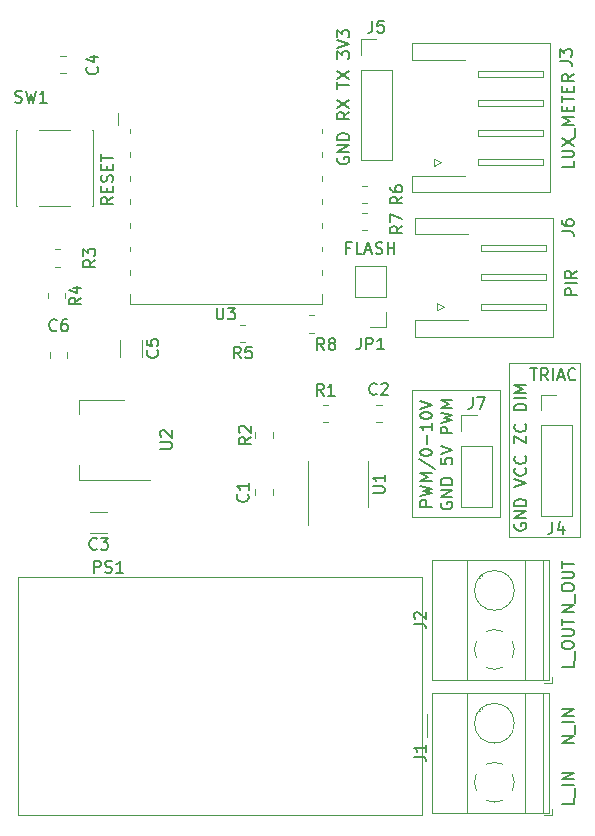
<source format=gbr>
%TF.GenerationSoftware,KiCad,Pcbnew,(5.1.10)-1*%
%TF.CreationDate,2021-09-08T13:01:39+02:00*%
%TF.ProjectId,LUCES,4c554345-532e-46b6-9963-61645f706362,rev?*%
%TF.SameCoordinates,Original*%
%TF.FileFunction,Legend,Top*%
%TF.FilePolarity,Positive*%
%FSLAX46Y46*%
G04 Gerber Fmt 4.6, Leading zero omitted, Abs format (unit mm)*
G04 Created by KiCad (PCBNEW (5.1.10)-1) date 2021-09-08 13:01:39*
%MOMM*%
%LPD*%
G01*
G04 APERTURE LIST*
%ADD10C,0.120000*%
%ADD11C,0.150000*%
G04 APERTURE END LIST*
D10*
X9700000Y3050000D02*
X17200000Y3050000D01*
X17200000Y-7700000D02*
X17200000Y3050000D01*
X9700000Y-7700000D02*
X17200000Y-7700000D01*
X9700000Y3050000D02*
X9700000Y-7700000D01*
X23950000Y5300000D02*
X17950000Y5300000D01*
X23950000Y-9450000D02*
X23950000Y5300000D01*
X17950000Y-9450000D02*
X23950000Y-9450000D01*
X17950000Y5300000D02*
X17950000Y-9450000D01*
D11*
X12200000Y-6521428D02*
X12152380Y-6616666D01*
X12152380Y-6759523D01*
X12200000Y-6902380D01*
X12295238Y-6997619D01*
X12390476Y-7045238D01*
X12580952Y-7092857D01*
X12723809Y-7092857D01*
X12914285Y-7045238D01*
X13009523Y-6997619D01*
X13104761Y-6902380D01*
X13152380Y-6759523D01*
X13152380Y-6664285D01*
X13104761Y-6521428D01*
X13057142Y-6473809D01*
X12723809Y-6473809D01*
X12723809Y-6664285D01*
X13152380Y-6045238D02*
X12152380Y-6045238D01*
X13152380Y-5473809D01*
X12152380Y-5473809D01*
X13152380Y-4997619D02*
X12152380Y-4997619D01*
X12152380Y-4759523D01*
X12200000Y-4616666D01*
X12295238Y-4521428D01*
X12390476Y-4473809D01*
X12580952Y-4426190D01*
X12723809Y-4426190D01*
X12914285Y-4473809D01*
X13009523Y-4521428D01*
X13104761Y-4616666D01*
X13152380Y-4759523D01*
X13152380Y-4997619D01*
X12152380Y-2759523D02*
X12152380Y-3235714D01*
X12628571Y-3283333D01*
X12580952Y-3235714D01*
X12533333Y-3140476D01*
X12533333Y-2902380D01*
X12580952Y-2807142D01*
X12628571Y-2759523D01*
X12723809Y-2711904D01*
X12961904Y-2711904D01*
X13057142Y-2759523D01*
X13104761Y-2807142D01*
X13152380Y-2902380D01*
X13152380Y-3140476D01*
X13104761Y-3235714D01*
X13057142Y-3283333D01*
X12152380Y-2426190D02*
X13152380Y-2092857D01*
X12152380Y-1759523D01*
X13152380Y-664285D02*
X12152380Y-664285D01*
X12152380Y-283333D01*
X12200000Y-188095D01*
X12247619Y-140476D01*
X12342857Y-92857D01*
X12485714Y-92857D01*
X12580952Y-140476D01*
X12628571Y-188095D01*
X12676190Y-283333D01*
X12676190Y-664285D01*
X12152380Y240476D02*
X13152380Y478571D01*
X12438095Y669047D01*
X13152380Y859523D01*
X12152380Y1097619D01*
X13152380Y1478571D02*
X12152380Y1478571D01*
X12866666Y1811904D01*
X12152380Y2145238D01*
X13152380Y2145238D01*
X18450000Y-8319047D02*
X18402380Y-8414285D01*
X18402380Y-8557142D01*
X18450000Y-8700000D01*
X18545238Y-8795238D01*
X18640476Y-8842857D01*
X18830952Y-8890476D01*
X18973809Y-8890476D01*
X19164285Y-8842857D01*
X19259523Y-8795238D01*
X19354761Y-8700000D01*
X19402380Y-8557142D01*
X19402380Y-8461904D01*
X19354761Y-8319047D01*
X19307142Y-8271428D01*
X18973809Y-8271428D01*
X18973809Y-8461904D01*
X19402380Y-7842857D02*
X18402380Y-7842857D01*
X19402380Y-7271428D01*
X18402380Y-7271428D01*
X19402380Y-6795238D02*
X18402380Y-6795238D01*
X18402380Y-6557142D01*
X18450000Y-6414285D01*
X18545238Y-6319047D01*
X18640476Y-6271428D01*
X18830952Y-6223809D01*
X18973809Y-6223809D01*
X19164285Y-6271428D01*
X19259523Y-6319047D01*
X19354761Y-6414285D01*
X19402380Y-6557142D01*
X19402380Y-6795238D01*
X18402380Y-5176190D02*
X19402380Y-4842857D01*
X18402380Y-4509523D01*
X19307142Y-3604761D02*
X19354761Y-3652380D01*
X19402380Y-3795238D01*
X19402380Y-3890476D01*
X19354761Y-4033333D01*
X19259523Y-4128571D01*
X19164285Y-4176190D01*
X18973809Y-4223809D01*
X18830952Y-4223809D01*
X18640476Y-4176190D01*
X18545238Y-4128571D01*
X18450000Y-4033333D01*
X18402380Y-3890476D01*
X18402380Y-3795238D01*
X18450000Y-3652380D01*
X18497619Y-3604761D01*
X19307142Y-2604761D02*
X19354761Y-2652380D01*
X19402380Y-2795238D01*
X19402380Y-2890476D01*
X19354761Y-3033333D01*
X19259523Y-3128571D01*
X19164285Y-3176190D01*
X18973809Y-3223809D01*
X18830952Y-3223809D01*
X18640476Y-3176190D01*
X18545238Y-3128571D01*
X18450000Y-3033333D01*
X18402380Y-2890476D01*
X18402380Y-2795238D01*
X18450000Y-2652380D01*
X18497619Y-2604761D01*
X18402380Y-1509523D02*
X18402380Y-842857D01*
X19402380Y-1509523D01*
X19402380Y-842857D01*
X19307142Y109523D02*
X19354761Y61904D01*
X19402380Y-80952D01*
X19402380Y-176190D01*
X19354761Y-319047D01*
X19259523Y-414285D01*
X19164285Y-461904D01*
X18973809Y-509523D01*
X18830952Y-509523D01*
X18640476Y-461904D01*
X18545238Y-414285D01*
X18450000Y-319047D01*
X18402380Y-176190D01*
X18402380Y-80952D01*
X18450000Y61904D01*
X18497619Y109523D01*
X19402380Y1300000D02*
X18402380Y1300000D01*
X18402380Y1538095D01*
X18450000Y1680952D01*
X18545238Y1776190D01*
X18640476Y1823809D01*
X18830952Y1871428D01*
X18973809Y1871428D01*
X19164285Y1823809D01*
X19259523Y1776190D01*
X19354761Y1680952D01*
X19402380Y1538095D01*
X19402380Y1300000D01*
X19402380Y2300000D02*
X18402380Y2300000D01*
X19402380Y2776190D02*
X18402380Y2776190D01*
X19116666Y3109523D01*
X18402380Y3442857D01*
X19402380Y3442857D01*
X11402380Y-6854761D02*
X10402380Y-6854761D01*
X10402380Y-6473809D01*
X10450000Y-6378571D01*
X10497619Y-6330952D01*
X10592857Y-6283333D01*
X10735714Y-6283333D01*
X10830952Y-6330952D01*
X10878571Y-6378571D01*
X10926190Y-6473809D01*
X10926190Y-6854761D01*
X10402380Y-5950000D02*
X11402380Y-5711904D01*
X10688095Y-5521428D01*
X11402380Y-5330952D01*
X10402380Y-5092857D01*
X11402380Y-4711904D02*
X10402380Y-4711904D01*
X11116666Y-4378571D01*
X10402380Y-4045238D01*
X11402380Y-4045238D01*
X10354761Y-2854761D02*
X11640476Y-3711904D01*
X10402380Y-2330952D02*
X10402380Y-2235714D01*
X10450000Y-2140476D01*
X10497619Y-2092857D01*
X10592857Y-2045238D01*
X10783333Y-1997619D01*
X11021428Y-1997619D01*
X11211904Y-2045238D01*
X11307142Y-2092857D01*
X11354761Y-2140476D01*
X11402380Y-2235714D01*
X11402380Y-2330952D01*
X11354761Y-2426190D01*
X11307142Y-2473809D01*
X11211904Y-2521428D01*
X11021428Y-2569047D01*
X10783333Y-2569047D01*
X10592857Y-2521428D01*
X10497619Y-2473809D01*
X10450000Y-2426190D01*
X10402380Y-2330952D01*
X11021428Y-1569047D02*
X11021428Y-807142D01*
X11402380Y192857D02*
X11402380Y-378571D01*
X11402380Y-92857D02*
X10402380Y-92857D01*
X10545238Y-188095D01*
X10640476Y-283333D01*
X10688095Y-378571D01*
X10402380Y811904D02*
X10402380Y907142D01*
X10450000Y1002380D01*
X10497619Y1050000D01*
X10592857Y1097619D01*
X10783333Y1145238D01*
X11021428Y1145238D01*
X11211904Y1097619D01*
X11307142Y1050000D01*
X11354761Y1002380D01*
X11402380Y907142D01*
X11402380Y811904D01*
X11354761Y716666D01*
X11307142Y669047D01*
X11211904Y621428D01*
X11021428Y573809D01*
X10783333Y573809D01*
X10592857Y621428D01*
X10497619Y669047D01*
X10450000Y716666D01*
X10402380Y811904D01*
X10402380Y1430952D02*
X11402380Y1764285D01*
X10402380Y2097619D01*
X19747619Y4847619D02*
X20319047Y4847619D01*
X20033333Y3847619D02*
X20033333Y4847619D01*
X21223809Y3847619D02*
X20890476Y4323809D01*
X20652380Y3847619D02*
X20652380Y4847619D01*
X21033333Y4847619D01*
X21128571Y4800000D01*
X21176190Y4752380D01*
X21223809Y4657142D01*
X21223809Y4514285D01*
X21176190Y4419047D01*
X21128571Y4371428D01*
X21033333Y4323809D01*
X20652380Y4323809D01*
X21652380Y3847619D02*
X21652380Y4847619D01*
X22080952Y4133333D02*
X22557142Y4133333D01*
X21985714Y3847619D02*
X22319047Y4847619D01*
X22652380Y3847619D01*
X23557142Y3942857D02*
X23509523Y3895238D01*
X23366666Y3847619D01*
X23271428Y3847619D01*
X23128571Y3895238D01*
X23033333Y3990476D01*
X22985714Y4085714D01*
X22938095Y4276190D01*
X22938095Y4419047D01*
X22985714Y4609523D01*
X23033333Y4704761D01*
X23128571Y4800000D01*
X23271428Y4847619D01*
X23366666Y4847619D01*
X23509523Y4800000D01*
X23557142Y4752380D01*
X23652380Y11050000D02*
X22652380Y11050000D01*
X22652380Y11430952D01*
X22700000Y11526190D01*
X22747619Y11573809D01*
X22842857Y11621428D01*
X22985714Y11621428D01*
X23080952Y11573809D01*
X23128571Y11526190D01*
X23176190Y11430952D01*
X23176190Y11050000D01*
X23652380Y12050000D02*
X22652380Y12050000D01*
X23652380Y13097619D02*
X23176190Y12764285D01*
X23652380Y12526190D02*
X22652380Y12526190D01*
X22652380Y12907142D01*
X22700000Y13002380D01*
X22747619Y13050000D01*
X22842857Y13097619D01*
X22985714Y13097619D01*
X23080952Y13050000D01*
X23128571Y13002380D01*
X23176190Y12907142D01*
X23176190Y12526190D01*
X23402380Y22371428D02*
X23402380Y21895238D01*
X22402380Y21895238D01*
X22402380Y22704761D02*
X23211904Y22704761D01*
X23307142Y22752380D01*
X23354761Y22800000D01*
X23402380Y22895238D01*
X23402380Y23085714D01*
X23354761Y23180952D01*
X23307142Y23228571D01*
X23211904Y23276190D01*
X22402380Y23276190D01*
X22402380Y23657142D02*
X23402380Y24323809D01*
X22402380Y24323809D02*
X23402380Y23657142D01*
X23497619Y24466666D02*
X23497619Y25228571D01*
X23402380Y25466666D02*
X22402380Y25466666D01*
X23116666Y25800000D01*
X22402380Y26133333D01*
X23402380Y26133333D01*
X22878571Y26609523D02*
X22878571Y26942857D01*
X23402380Y27085714D02*
X23402380Y26609523D01*
X22402380Y26609523D01*
X22402380Y27085714D01*
X22402380Y27371428D02*
X22402380Y27942857D01*
X23402380Y27657142D02*
X22402380Y27657142D01*
X22878571Y28276190D02*
X22878571Y28609523D01*
X23402380Y28752380D02*
X23402380Y28276190D01*
X22402380Y28276190D01*
X22402380Y28752380D01*
X23402380Y29752380D02*
X22926190Y29419047D01*
X23402380Y29180952D02*
X22402380Y29180952D01*
X22402380Y29561904D01*
X22450000Y29657142D01*
X22497619Y29704761D01*
X22592857Y29752380D01*
X22735714Y29752380D01*
X22830952Y29704761D01*
X22878571Y29657142D01*
X22926190Y29561904D01*
X22926190Y29180952D01*
X3449999Y22680952D02*
X3402380Y22585714D01*
X3402380Y22442857D01*
X3449999Y22300000D01*
X3545238Y22204761D01*
X3640476Y22157142D01*
X3830952Y22109523D01*
X3973809Y22109523D01*
X4164285Y22157142D01*
X4259523Y22204761D01*
X4354761Y22300000D01*
X4402380Y22442857D01*
X4402380Y22538095D01*
X4354761Y22680952D01*
X4307142Y22728571D01*
X3973809Y22728571D01*
X3973809Y22538095D01*
X4402380Y23157142D02*
X3402380Y23157142D01*
X4402380Y23728571D01*
X3402380Y23728571D01*
X4402380Y24204761D02*
X3402380Y24204761D01*
X3402380Y24442857D01*
X3450000Y24585714D01*
X3545238Y24680952D01*
X3640476Y24728571D01*
X3830952Y24776190D01*
X3973809Y24776190D01*
X4164285Y24728571D01*
X4259523Y24680952D01*
X4354761Y24585714D01*
X4402380Y24442857D01*
X4402380Y24204761D01*
X4402380Y26538095D02*
X3926190Y26204761D01*
X4402380Y25966666D02*
X3402380Y25966666D01*
X3402380Y26347619D01*
X3450000Y26442857D01*
X3497619Y26490476D01*
X3592857Y26538095D01*
X3735714Y26538095D01*
X3830952Y26490476D01*
X3878571Y26442857D01*
X3926190Y26347619D01*
X3926190Y25966666D01*
X3402380Y26871428D02*
X4402380Y27538095D01*
X3402380Y27538095D02*
X4402380Y26871428D01*
X3402380Y28538095D02*
X3402380Y29109523D01*
X4402380Y28823809D02*
X3402380Y28823809D01*
X3402380Y29347619D02*
X4402380Y30014285D01*
X3402380Y30014285D02*
X4402380Y29347619D01*
X3402380Y31061904D02*
X3402380Y31680952D01*
X3783333Y31347619D01*
X3783333Y31490476D01*
X3830952Y31585714D01*
X3878571Y31633333D01*
X3973809Y31680952D01*
X4211904Y31680952D01*
X4307142Y31633333D01*
X4354761Y31585714D01*
X4402380Y31490476D01*
X4402380Y31204761D01*
X4354761Y31109523D01*
X4307142Y31061904D01*
X3402380Y31966666D02*
X4402380Y32300000D01*
X3402380Y32633333D01*
X3402380Y32871428D02*
X3402380Y33490476D01*
X3783333Y33157142D01*
X3783333Y33299999D01*
X3830952Y33395238D01*
X3878571Y33442857D01*
X3973809Y33490476D01*
X4211904Y33490476D01*
X4307142Y33442857D01*
X4354761Y33395238D01*
X4402380Y33299999D01*
X4402380Y33014285D01*
X4354761Y32919047D01*
X4307142Y32871428D01*
X4509523Y15071428D02*
X4176190Y15071428D01*
X4176190Y14547619D02*
X4176190Y15547619D01*
X4652380Y15547619D01*
X5509523Y14547619D02*
X5033333Y14547619D01*
X5033333Y15547619D01*
X5795238Y14833333D02*
X6271428Y14833333D01*
X5700000Y14547619D02*
X6033333Y15547619D01*
X6366666Y14547619D01*
X6652380Y14595238D02*
X6795238Y14547619D01*
X7033333Y14547619D01*
X7128571Y14595238D01*
X7176190Y14642857D01*
X7223809Y14738095D01*
X7223809Y14833333D01*
X7176190Y14928571D01*
X7128571Y14976190D01*
X7033333Y15023809D01*
X6842857Y15071428D01*
X6747619Y15119047D01*
X6700000Y15166666D01*
X6652380Y15261904D01*
X6652380Y15357142D01*
X6700000Y15452380D01*
X6747619Y15500000D01*
X6842857Y15547619D01*
X7080952Y15547619D01*
X7223809Y15500000D01*
X7652380Y14547619D02*
X7652380Y15547619D01*
X7652380Y15071428D02*
X8223809Y15071428D01*
X8223809Y14547619D02*
X8223809Y15547619D01*
X-15597619Y19347619D02*
X-16073809Y19014285D01*
X-15597619Y18776190D02*
X-16597619Y18776190D01*
X-16597619Y19157142D01*
X-16550000Y19252380D01*
X-16502380Y19300000D01*
X-16407142Y19347619D01*
X-16264285Y19347619D01*
X-16169047Y19300000D01*
X-16121428Y19252380D01*
X-16073809Y19157142D01*
X-16073809Y18776190D01*
X-16121428Y19776190D02*
X-16121428Y20109523D01*
X-15597619Y20252380D02*
X-15597619Y19776190D01*
X-16597619Y19776190D01*
X-16597619Y20252380D01*
X-15645238Y20633333D02*
X-15597619Y20776190D01*
X-15597619Y21014285D01*
X-15645238Y21109523D01*
X-15692857Y21157142D01*
X-15788095Y21204761D01*
X-15883333Y21204761D01*
X-15978571Y21157142D01*
X-16026190Y21109523D01*
X-16073809Y21014285D01*
X-16121428Y20823809D01*
X-16169047Y20728571D01*
X-16216666Y20680952D01*
X-16311904Y20633333D01*
X-16407142Y20633333D01*
X-16502380Y20680952D01*
X-16550000Y20728571D01*
X-16597619Y20823809D01*
X-16597619Y21061904D01*
X-16550000Y21204761D01*
X-16121428Y21633333D02*
X-16121428Y21966666D01*
X-15597619Y22109523D02*
X-15597619Y21633333D01*
X-16597619Y21633333D01*
X-16597619Y22109523D01*
X-16597619Y22395238D02*
X-16597619Y22966666D01*
X-15597619Y22680952D02*
X-16597619Y22680952D01*
X23402380Y-15795238D02*
X22402380Y-15795238D01*
X23402380Y-15223809D01*
X22402380Y-15223809D01*
X23497619Y-14985714D02*
X23497619Y-14223809D01*
X22402380Y-13795238D02*
X22402380Y-13604761D01*
X22450000Y-13509523D01*
X22545238Y-13414285D01*
X22735714Y-13366666D01*
X23069047Y-13366666D01*
X23259523Y-13414285D01*
X23354761Y-13509523D01*
X23402380Y-13604761D01*
X23402380Y-13795238D01*
X23354761Y-13890476D01*
X23259523Y-13985714D01*
X23069047Y-14033333D01*
X22735714Y-14033333D01*
X22545238Y-13985714D01*
X22450000Y-13890476D01*
X22402380Y-13795238D01*
X22402380Y-12938095D02*
X23211904Y-12938095D01*
X23307142Y-12890476D01*
X23354761Y-12842857D01*
X23402380Y-12747619D01*
X23402380Y-12557142D01*
X23354761Y-12461904D01*
X23307142Y-12414285D01*
X23211904Y-12366666D01*
X22402380Y-12366666D01*
X22402380Y-12033333D02*
X22402380Y-11461904D01*
X23402380Y-11747619D02*
X22402380Y-11747619D01*
X23402380Y-19950000D02*
X23402380Y-20426190D01*
X22402380Y-20426190D01*
X23497619Y-19854761D02*
X23497619Y-19092857D01*
X22402380Y-18664285D02*
X22402380Y-18473809D01*
X22450000Y-18378571D01*
X22545238Y-18283333D01*
X22735714Y-18235714D01*
X23069047Y-18235714D01*
X23259523Y-18283333D01*
X23354761Y-18378571D01*
X23402380Y-18473809D01*
X23402380Y-18664285D01*
X23354761Y-18759523D01*
X23259523Y-18854761D01*
X23069047Y-18902380D01*
X22735714Y-18902380D01*
X22545238Y-18854761D01*
X22450000Y-18759523D01*
X22402380Y-18664285D01*
X22402380Y-17807142D02*
X23211904Y-17807142D01*
X23307142Y-17759523D01*
X23354761Y-17711904D01*
X23402380Y-17616666D01*
X23402380Y-17426190D01*
X23354761Y-17330952D01*
X23307142Y-17283333D01*
X23211904Y-17235714D01*
X22402380Y-17235714D01*
X22402380Y-16902380D02*
X22402380Y-16330952D01*
X23402380Y-16616666D02*
X22402380Y-16616666D01*
X23402380Y-26878571D02*
X22402380Y-26878571D01*
X23402380Y-26307142D01*
X22402380Y-26307142D01*
X23497619Y-26069047D02*
X23497619Y-25307142D01*
X23402380Y-25069047D02*
X22402380Y-25069047D01*
X23402380Y-24592857D02*
X22402380Y-24592857D01*
X23402380Y-24021428D01*
X22402380Y-24021428D01*
X23402380Y-31533333D02*
X23402380Y-32009523D01*
X22402380Y-32009523D01*
X23497619Y-31438095D02*
X23497619Y-30676190D01*
X23402380Y-30438095D02*
X22402380Y-30438095D01*
X23402380Y-29961904D02*
X22402380Y-29961904D01*
X23402380Y-29390476D01*
X22402380Y-29390476D01*
D10*
%TO.C,C5*%
X-14960000Y7261252D02*
X-14960000Y5838748D01*
X-13140000Y7261252D02*
X-13140000Y5838748D01*
%TO.C,R8*%
X972936Y9335000D02*
X1427064Y9335000D01*
X972936Y7865000D02*
X1427064Y7865000D01*
%TO.C,J7*%
X13870000Y-6860000D02*
X16530000Y-6860000D01*
X13870000Y-1720000D02*
X13870000Y-6860000D01*
X16530000Y-1720000D02*
X16530000Y-6860000D01*
X13870000Y-1720000D02*
X16530000Y-1720000D01*
X13870000Y-450000D02*
X13870000Y880000D01*
X13870000Y880000D02*
X15200000Y880000D01*
%TO.C,J4*%
X20620000Y-7650000D02*
X23280000Y-7650000D01*
X20620000Y30000D02*
X20620000Y-7650000D01*
X23280000Y30000D02*
X23280000Y-7650000D01*
X20620000Y30000D02*
X23280000Y30000D01*
X20620000Y1300000D02*
X20620000Y2630000D01*
X20620000Y2630000D02*
X21950000Y2630000D01*
%TO.C,U3*%
X2070000Y24750000D02*
X2070000Y25150000D01*
X-14170000Y24750000D02*
X-14170000Y25150000D01*
X2070000Y22750000D02*
X2070000Y23150000D01*
X-14170000Y22750000D02*
X-14170000Y23150000D01*
X2070000Y20750000D02*
X2070000Y21150000D01*
X-14170000Y20750000D02*
X-14170000Y21150000D01*
X2070000Y18750000D02*
X2070000Y19150000D01*
X-14170000Y18750000D02*
X-14170000Y19150000D01*
X2070000Y16750000D02*
X2070000Y17150000D01*
X-14170000Y16750000D02*
X-14170000Y17150000D01*
X2070000Y14750000D02*
X2070000Y15150000D01*
X-14170000Y14750000D02*
X-14170000Y15150000D01*
X2070000Y12750000D02*
X2070000Y13150000D01*
X-14170000Y12750000D02*
X-14170000Y13150000D01*
X-15200000Y26450000D02*
X-15200000Y25450000D01*
X-14170000Y10330000D02*
X-14170000Y11150000D01*
X2070000Y10330000D02*
X-14170000Y10330000D01*
X2070000Y11150000D02*
X2070000Y10330000D01*
%TO.C,PS1*%
X10990000Y-26400000D02*
X10990000Y-24390000D01*
X-23600000Y-33000000D02*
X10600000Y-33000000D01*
X-23600000Y-12800000D02*
X-23600000Y-33000000D01*
X10600000Y-12800000D02*
X-23600000Y-12800000D01*
X10600000Y-33000000D02*
X10600000Y-12800000D01*
%TO.C,JP1*%
X7530000Y8330000D02*
X6200000Y8330000D01*
X7530000Y9660000D02*
X7530000Y8330000D01*
X7530000Y10930000D02*
X4870000Y10930000D01*
X4870000Y10930000D02*
X4870000Y13530000D01*
X7530000Y10930000D02*
X7530000Y13530000D01*
X7530000Y13530000D02*
X4870000Y13530000D01*
%TO.C,C6*%
X-20935000Y6211252D02*
X-20935000Y5688748D01*
X-19465000Y6211252D02*
X-19465000Y5688748D01*
%TO.C,C4*%
X-19538748Y31285000D02*
X-20061252Y31285000D01*
X-19538748Y29815000D02*
X-20061252Y29815000D01*
%TO.C,C3*%
X-16088748Y-7290000D02*
X-17511252Y-7290000D01*
X-16088748Y-9110000D02*
X-17511252Y-9110000D01*
%TO.C,C2*%
X6688748Y315000D02*
X7211252Y315000D01*
X6688748Y1785000D02*
X7211252Y1785000D01*
%TO.C,C1*%
X-3535000Y-5338748D02*
X-3535000Y-5861252D01*
X-2065000Y-5338748D02*
X-2065000Y-5861252D01*
%TO.C,U2*%
X-12450000Y-4610000D02*
X-18460000Y-4610000D01*
X-14700000Y2210000D02*
X-18460000Y2210000D01*
X-18460000Y-4610000D02*
X-18460000Y-3350000D01*
X-18460000Y2210000D02*
X-18460000Y950000D01*
%TO.C,J2*%
X21600000Y-21750000D02*
X21600000Y-21250000D01*
X20860000Y-21750000D02*
X21600000Y-21750000D01*
X17723000Y-15177000D02*
X17769000Y-15224000D01*
X15425000Y-12880000D02*
X15461000Y-12915000D01*
X17939000Y-14984000D02*
X17974000Y-15019000D01*
X15631000Y-12675000D02*
X15677000Y-12722000D01*
X11439000Y-11390000D02*
X21360000Y-11390000D01*
X11439000Y-21510000D02*
X21360000Y-21510000D01*
X21360000Y-21510000D02*
X21360000Y-11390000D01*
X11439000Y-21510000D02*
X11439000Y-11390000D01*
X14399000Y-21510000D02*
X14399000Y-11390000D01*
X19300000Y-21510000D02*
X19300000Y-11390000D01*
X20800000Y-21510000D02*
X20800000Y-11390000D01*
X18380000Y-13950000D02*
G75*
G03*
X18380000Y-13950000I-1680000J0D01*
G01*
X18380253Y-18921195D02*
G75*
G02*
X18235000Y-19634000I-1680253J-28805D01*
G01*
X17383042Y-20485426D02*
G75*
G02*
X16016000Y-20485000I-683042J1535426D01*
G01*
X15164574Y-19633042D02*
G75*
G02*
X15165000Y-18266000I1535426J683042D01*
G01*
X16016958Y-17414574D02*
G75*
G02*
X17384000Y-17415000I683042J-1535426D01*
G01*
X18234756Y-18266682D02*
G75*
G02*
X18380000Y-18950000I-1534756J-683318D01*
G01*
%TO.C,SW1*%
X-17320000Y18570000D02*
X-17320000Y25030000D01*
X-21850000Y18570000D02*
X-19250000Y18570000D01*
X-23780000Y18570000D02*
X-23780000Y25030000D01*
X-21850000Y25030000D02*
X-19250000Y25030000D01*
X-23750000Y18570000D02*
X-23780000Y18570000D01*
X-17320000Y18570000D02*
X-17350000Y18570000D01*
X-17320000Y25030000D02*
X-17350000Y25030000D01*
X-23780000Y25030000D02*
X-23750000Y25030000D01*
%TO.C,J5*%
X5370000Y32730000D02*
X6700000Y32730000D01*
X5370000Y31400000D02*
X5370000Y32730000D01*
X5370000Y30130000D02*
X8030000Y30130000D01*
X8030000Y30130000D02*
X8030000Y22450000D01*
X5370000Y30130000D02*
X5370000Y22450000D01*
X5370000Y22450000D02*
X8030000Y22450000D01*
%TO.C,U1*%
X890000Y-4950000D02*
X890000Y-8400000D01*
X890000Y-4950000D02*
X890000Y-3000000D01*
X6010000Y-4950000D02*
X6010000Y-6900000D01*
X6010000Y-4950000D02*
X6010000Y-3000000D01*
%TO.C,J6*%
X11850000Y10350000D02*
X12450000Y10050000D01*
X11850000Y9750000D02*
X11850000Y10350000D01*
X12450000Y10050000D02*
X11850000Y9750000D01*
X15550000Y15300000D02*
X15550000Y14800000D01*
X21050000Y15300000D02*
X15550000Y15300000D01*
X21050000Y14800000D02*
X21050000Y15300000D01*
X15550000Y14800000D02*
X21050000Y14800000D01*
X15550000Y12800000D02*
X15550000Y12300000D01*
X21050000Y12800000D02*
X15550000Y12800000D01*
X21050000Y12300000D02*
X21050000Y12800000D01*
X15550000Y12300000D02*
X21050000Y12300000D01*
X15550000Y10300000D02*
X15550000Y9800000D01*
X21050000Y10300000D02*
X15550000Y10300000D01*
X21050000Y9800000D02*
X21050000Y10300000D01*
X15550000Y9800000D02*
X21050000Y9800000D01*
X9940000Y16190000D02*
X14440000Y16190000D01*
X9940000Y17610000D02*
X9940000Y16190000D01*
X21660000Y17610000D02*
X9940000Y17610000D01*
X21660000Y12550000D02*
X21660000Y17610000D01*
X9940000Y8910000D02*
X14440000Y8910000D01*
X9940000Y7490000D02*
X9940000Y8910000D01*
X21660000Y7490000D02*
X9940000Y7490000D01*
X21660000Y12550000D02*
X21660000Y7490000D01*
%TO.C,J1*%
X21600000Y-33000000D02*
X21600000Y-32500000D01*
X20860000Y-33000000D02*
X21600000Y-33000000D01*
X17723000Y-26427000D02*
X17769000Y-26474000D01*
X15425000Y-24130000D02*
X15461000Y-24165000D01*
X17939000Y-26234000D02*
X17974000Y-26269000D01*
X15631000Y-23925000D02*
X15677000Y-23972000D01*
X11439000Y-22640000D02*
X21360000Y-22640000D01*
X11439000Y-32760000D02*
X21360000Y-32760000D01*
X21360000Y-32760000D02*
X21360000Y-22640000D01*
X11439000Y-32760000D02*
X11439000Y-22640000D01*
X14399000Y-32760000D02*
X14399000Y-22640000D01*
X19300000Y-32760000D02*
X19300000Y-22640000D01*
X20800000Y-32760000D02*
X20800000Y-22640000D01*
X18380000Y-25200000D02*
G75*
G03*
X18380000Y-25200000I-1680000J0D01*
G01*
X18380253Y-30171195D02*
G75*
G02*
X18235000Y-30884000I-1680253J-28805D01*
G01*
X17383042Y-31735426D02*
G75*
G02*
X16016000Y-31735000I-683042J1535426D01*
G01*
X15164574Y-30883042D02*
G75*
G02*
X15165000Y-29516000I1535426J683042D01*
G01*
X16016958Y-28664574D02*
G75*
G02*
X17384000Y-28665000I683042J-1535426D01*
G01*
X18234756Y-29516682D02*
G75*
G02*
X18380000Y-30200000I-1534756J-683318D01*
G01*
%TO.C,J3*%
X21410000Y26050000D02*
X21410000Y19740000D01*
X21410000Y19740000D02*
X9690000Y19740000D01*
X9690000Y19740000D02*
X9690000Y21160000D01*
X9690000Y21160000D02*
X14190000Y21160000D01*
X21410000Y26050000D02*
X21410000Y32360000D01*
X21410000Y32360000D02*
X9690000Y32360000D01*
X9690000Y32360000D02*
X9690000Y30940000D01*
X9690000Y30940000D02*
X14190000Y30940000D01*
X15300000Y22050000D02*
X20800000Y22050000D01*
X20800000Y22050000D02*
X20800000Y22550000D01*
X20800000Y22550000D02*
X15300000Y22550000D01*
X15300000Y22550000D02*
X15300000Y22050000D01*
X15300000Y24550000D02*
X20800000Y24550000D01*
X20800000Y24550000D02*
X20800000Y25050000D01*
X20800000Y25050000D02*
X15300000Y25050000D01*
X15300000Y25050000D02*
X15300000Y24550000D01*
X15300000Y27050000D02*
X20800000Y27050000D01*
X20800000Y27050000D02*
X20800000Y27550000D01*
X20800000Y27550000D02*
X15300000Y27550000D01*
X15300000Y27550000D02*
X15300000Y27050000D01*
X15300000Y29550000D02*
X20800000Y29550000D01*
X20800000Y29550000D02*
X20800000Y30050000D01*
X20800000Y30050000D02*
X15300000Y30050000D01*
X15300000Y30050000D02*
X15300000Y29550000D01*
X12200000Y22300000D02*
X11600000Y22000000D01*
X11600000Y22000000D02*
X11600000Y22600000D01*
X11600000Y22600000D02*
X12200000Y22300000D01*
%TO.C,R2*%
X-3535000Y-572936D02*
X-3535000Y-1027064D01*
X-2065000Y-572936D02*
X-2065000Y-1027064D01*
%TO.C,R1*%
X2172936Y265000D02*
X2627064Y265000D01*
X2172936Y1735000D02*
X2627064Y1735000D01*
%TO.C,R3*%
X-20527064Y14935000D02*
X-20072936Y14935000D01*
X-20527064Y13465000D02*
X-20072936Y13465000D01*
%TO.C,R4*%
X-21135000Y11227064D02*
X-21135000Y10772936D01*
X-19665000Y11227064D02*
X-19665000Y10772936D01*
%TO.C,R5*%
X-4372936Y8535000D02*
X-4827064Y8535000D01*
X-4372936Y7065000D02*
X-4827064Y7065000D01*
%TO.C,R6*%
X5472936Y18815000D02*
X5927064Y18815000D01*
X5472936Y20285000D02*
X5927064Y20285000D01*
%TO.C,R7*%
X5472936Y18035000D02*
X5927064Y18035000D01*
X5472936Y16565000D02*
X5927064Y16565000D01*
%TO.C,C5*%
D11*
X-11842857Y6383333D02*
X-11795238Y6335714D01*
X-11747619Y6192857D01*
X-11747619Y6097619D01*
X-11795238Y5954761D01*
X-11890476Y5859523D01*
X-11985714Y5811904D01*
X-12176190Y5764285D01*
X-12319047Y5764285D01*
X-12509523Y5811904D01*
X-12604761Y5859523D01*
X-12700000Y5954761D01*
X-12747619Y6097619D01*
X-12747619Y6192857D01*
X-12700000Y6335714D01*
X-12652380Y6383333D01*
X-12747619Y7288095D02*
X-12747619Y6811904D01*
X-12271428Y6764285D01*
X-12319047Y6811904D01*
X-12366666Y6907142D01*
X-12366666Y7145238D01*
X-12319047Y7240476D01*
X-12271428Y7288095D01*
X-12176190Y7335714D01*
X-11938095Y7335714D01*
X-11842857Y7288095D01*
X-11795238Y7240476D01*
X-11747619Y7145238D01*
X-11747619Y6907142D01*
X-11795238Y6811904D01*
X-11842857Y6764285D01*
%TO.C,R8*%
X2283333Y6397619D02*
X1950000Y6873809D01*
X1711904Y6397619D02*
X1711904Y7397619D01*
X2092857Y7397619D01*
X2188095Y7350000D01*
X2235714Y7302380D01*
X2283333Y7207142D01*
X2283333Y7064285D01*
X2235714Y6969047D01*
X2188095Y6921428D01*
X2092857Y6873809D01*
X1711904Y6873809D01*
X2854761Y6969047D02*
X2759523Y7016666D01*
X2711904Y7064285D01*
X2664285Y7159523D01*
X2664285Y7207142D01*
X2711904Y7302380D01*
X2759523Y7350000D01*
X2854761Y7397619D01*
X3045238Y7397619D01*
X3140476Y7350000D01*
X3188095Y7302380D01*
X3235714Y7207142D01*
X3235714Y7159523D01*
X3188095Y7064285D01*
X3140476Y7016666D01*
X3045238Y6969047D01*
X2854761Y6969047D01*
X2759523Y6921428D01*
X2711904Y6873809D01*
X2664285Y6778571D01*
X2664285Y6588095D01*
X2711904Y6492857D01*
X2759523Y6445238D01*
X2854761Y6397619D01*
X3045238Y6397619D01*
X3140476Y6445238D01*
X3188095Y6492857D01*
X3235714Y6588095D01*
X3235714Y6778571D01*
X3188095Y6873809D01*
X3140476Y6921428D01*
X3045238Y6969047D01*
%TO.C,J7*%
X14866666Y2427619D02*
X14866666Y1713333D01*
X14819047Y1570476D01*
X14723809Y1475238D01*
X14580952Y1427619D01*
X14485714Y1427619D01*
X15247619Y2427619D02*
X15914285Y2427619D01*
X15485714Y1427619D01*
%TO.C,J4*%
X21616666Y-8152380D02*
X21616666Y-8866666D01*
X21569047Y-9009523D01*
X21473809Y-9104761D01*
X21330952Y-9152380D01*
X21235714Y-9152380D01*
X22521428Y-8485714D02*
X22521428Y-9152380D01*
X22283333Y-8104761D02*
X22045238Y-8819047D01*
X22664285Y-8819047D01*
%TO.C,U3*%
X-6811904Y9997619D02*
X-6811904Y9188095D01*
X-6764285Y9092857D01*
X-6716666Y9045238D01*
X-6621428Y8997619D01*
X-6430952Y8997619D01*
X-6335714Y9045238D01*
X-6288095Y9092857D01*
X-6240476Y9188095D01*
X-6240476Y9997619D01*
X-5859523Y9997619D02*
X-5240476Y9997619D01*
X-5573809Y9616666D01*
X-5430952Y9616666D01*
X-5335714Y9569047D01*
X-5288095Y9521428D01*
X-5240476Y9426190D01*
X-5240476Y9188095D01*
X-5288095Y9092857D01*
X-5335714Y9045238D01*
X-5430952Y8997619D01*
X-5716666Y8997619D01*
X-5811904Y9045238D01*
X-5859523Y9092857D01*
%TO.C,PS1*%
X-17214285Y-12452380D02*
X-17214285Y-11452380D01*
X-16833333Y-11452380D01*
X-16738095Y-11500000D01*
X-16690476Y-11547619D01*
X-16642857Y-11642857D01*
X-16642857Y-11785714D01*
X-16690476Y-11880952D01*
X-16738095Y-11928571D01*
X-16833333Y-11976190D01*
X-17214285Y-11976190D01*
X-16261904Y-12404761D02*
X-16119047Y-12452380D01*
X-15880952Y-12452380D01*
X-15785714Y-12404761D01*
X-15738095Y-12357142D01*
X-15690476Y-12261904D01*
X-15690476Y-12166666D01*
X-15738095Y-12071428D01*
X-15785714Y-12023809D01*
X-15880952Y-11976190D01*
X-16071428Y-11928571D01*
X-16166666Y-11880952D01*
X-16214285Y-11833333D01*
X-16261904Y-11738095D01*
X-16261904Y-11642857D01*
X-16214285Y-11547619D01*
X-16166666Y-11500000D01*
X-16071428Y-11452380D01*
X-15833333Y-11452380D01*
X-15690476Y-11500000D01*
X-14738095Y-12452380D02*
X-15309523Y-12452380D01*
X-15023809Y-12452380D02*
X-15023809Y-11452380D01*
X-15119047Y-11595238D01*
X-15214285Y-11690476D01*
X-15309523Y-11738095D01*
%TO.C,JP1*%
X5366666Y7457619D02*
X5366666Y6743333D01*
X5319047Y6600476D01*
X5223809Y6505238D01*
X5080952Y6457619D01*
X4985714Y6457619D01*
X5842857Y6457619D02*
X5842857Y7457619D01*
X6223809Y7457619D01*
X6319047Y7410000D01*
X6366666Y7362380D01*
X6414285Y7267142D01*
X6414285Y7124285D01*
X6366666Y7029047D01*
X6319047Y6981428D01*
X6223809Y6933809D01*
X5842857Y6933809D01*
X7366666Y6457619D02*
X6795238Y6457619D01*
X7080952Y6457619D02*
X7080952Y7457619D01*
X6985714Y7314761D01*
X6890476Y7219523D01*
X6795238Y7171904D01*
%TO.C,C6*%
X-20366666Y8092857D02*
X-20414285Y8045238D01*
X-20557142Y7997619D01*
X-20652380Y7997619D01*
X-20795238Y8045238D01*
X-20890476Y8140476D01*
X-20938095Y8235714D01*
X-20985714Y8426190D01*
X-20985714Y8569047D01*
X-20938095Y8759523D01*
X-20890476Y8854761D01*
X-20795238Y8950000D01*
X-20652380Y8997619D01*
X-20557142Y8997619D01*
X-20414285Y8950000D01*
X-20366666Y8902380D01*
X-19509523Y8997619D02*
X-19700000Y8997619D01*
X-19795238Y8950000D01*
X-19842857Y8902380D01*
X-19938095Y8759523D01*
X-19985714Y8569047D01*
X-19985714Y8188095D01*
X-19938095Y8092857D01*
X-19890476Y8045238D01*
X-19795238Y7997619D01*
X-19604761Y7997619D01*
X-19509523Y8045238D01*
X-19461904Y8092857D01*
X-19414285Y8188095D01*
X-19414285Y8426190D01*
X-19461904Y8521428D01*
X-19509523Y8569047D01*
X-19604761Y8616666D01*
X-19795238Y8616666D01*
X-19890476Y8569047D01*
X-19938095Y8521428D01*
X-19985714Y8426190D01*
%TO.C,C4*%
X-16942857Y30383333D02*
X-16895238Y30335714D01*
X-16847619Y30192857D01*
X-16847619Y30097619D01*
X-16895238Y29954761D01*
X-16990476Y29859523D01*
X-17085714Y29811904D01*
X-17276190Y29764285D01*
X-17419047Y29764285D01*
X-17609523Y29811904D01*
X-17704761Y29859523D01*
X-17800000Y29954761D01*
X-17847619Y30097619D01*
X-17847619Y30192857D01*
X-17800000Y30335714D01*
X-17752380Y30383333D01*
X-17514285Y31240476D02*
X-16847619Y31240476D01*
X-17895238Y31002380D02*
X-17180952Y30764285D01*
X-17180952Y31383333D01*
%TO.C,C3*%
X-16966666Y-10407142D02*
X-17014285Y-10454761D01*
X-17157142Y-10502380D01*
X-17252380Y-10502380D01*
X-17395238Y-10454761D01*
X-17490476Y-10359523D01*
X-17538095Y-10264285D01*
X-17585714Y-10073809D01*
X-17585714Y-9930952D01*
X-17538095Y-9740476D01*
X-17490476Y-9645238D01*
X-17395238Y-9550000D01*
X-17252380Y-9502380D01*
X-17157142Y-9502380D01*
X-17014285Y-9550000D01*
X-16966666Y-9597619D01*
X-16633333Y-9502380D02*
X-16014285Y-9502380D01*
X-16347619Y-9883333D01*
X-16204761Y-9883333D01*
X-16109523Y-9930952D01*
X-16061904Y-9978571D01*
X-16014285Y-10073809D01*
X-16014285Y-10311904D01*
X-16061904Y-10407142D01*
X-16109523Y-10454761D01*
X-16204761Y-10502380D01*
X-16490476Y-10502380D01*
X-16585714Y-10454761D01*
X-16633333Y-10407142D01*
%TO.C,C2*%
X6733333Y2692857D02*
X6685714Y2645238D01*
X6542857Y2597619D01*
X6447619Y2597619D01*
X6304761Y2645238D01*
X6209523Y2740476D01*
X6161904Y2835714D01*
X6114285Y3026190D01*
X6114285Y3169047D01*
X6161904Y3359523D01*
X6209523Y3454761D01*
X6304761Y3550000D01*
X6447619Y3597619D01*
X6542857Y3597619D01*
X6685714Y3550000D01*
X6733333Y3502380D01*
X7114285Y3502380D02*
X7161904Y3550000D01*
X7257142Y3597619D01*
X7495238Y3597619D01*
X7590476Y3550000D01*
X7638095Y3502380D01*
X7685714Y3407142D01*
X7685714Y3311904D01*
X7638095Y3169047D01*
X7066666Y2597619D01*
X7685714Y2597619D01*
%TO.C,C1*%
X-4192857Y-5816666D02*
X-4145238Y-5864285D01*
X-4097619Y-6007142D01*
X-4097619Y-6102380D01*
X-4145238Y-6245238D01*
X-4240476Y-6340476D01*
X-4335714Y-6388095D01*
X-4526190Y-6435714D01*
X-4669047Y-6435714D01*
X-4859523Y-6388095D01*
X-4954761Y-6340476D01*
X-5050000Y-6245238D01*
X-5097619Y-6102380D01*
X-5097619Y-6007142D01*
X-5050000Y-5864285D01*
X-5002380Y-5816666D01*
X-4097619Y-4864285D02*
X-4097619Y-5435714D01*
X-4097619Y-5150000D02*
X-5097619Y-5149999D01*
X-4954761Y-5245238D01*
X-4859523Y-5340476D01*
X-4811904Y-5435714D01*
%TO.C,U2*%
X-11597619Y-1961904D02*
X-10788095Y-1961904D01*
X-10692857Y-1914285D01*
X-10645238Y-1866666D01*
X-10597619Y-1771428D01*
X-10597619Y-1580952D01*
X-10645238Y-1485714D01*
X-10692857Y-1438095D01*
X-10788095Y-1390476D01*
X-11597619Y-1390476D01*
X-11502380Y-961904D02*
X-11550000Y-914285D01*
X-11597619Y-819047D01*
X-11597619Y-580952D01*
X-11550000Y-485714D01*
X-11502380Y-438095D01*
X-11407142Y-390476D01*
X-11311904Y-390476D01*
X-11169047Y-438095D01*
X-10597619Y-1009523D01*
X-10597619Y-390476D01*
%TO.C,J2*%
X9892380Y-16783333D02*
X10606666Y-16783333D01*
X10749523Y-16830952D01*
X10844761Y-16926190D01*
X10892380Y-17069047D01*
X10892380Y-17164285D01*
X9987619Y-16354761D02*
X9940000Y-16307142D01*
X9892380Y-16211904D01*
X9892380Y-15973809D01*
X9940000Y-15878571D01*
X9987619Y-15830952D01*
X10082857Y-15783333D01*
X10178095Y-15783333D01*
X10320952Y-15830952D01*
X10892380Y-16402380D01*
X10892380Y-15783333D01*
%TO.C,SW1*%
X-23883333Y27395238D02*
X-23740476Y27347619D01*
X-23502380Y27347619D01*
X-23407142Y27395238D01*
X-23359523Y27442857D01*
X-23311904Y27538095D01*
X-23311904Y27633333D01*
X-23359523Y27728571D01*
X-23407142Y27776190D01*
X-23502380Y27823809D01*
X-23692857Y27871428D01*
X-23788095Y27919047D01*
X-23835714Y27966666D01*
X-23883333Y28061904D01*
X-23883333Y28157142D01*
X-23835714Y28252380D01*
X-23788095Y28300000D01*
X-23692857Y28347619D01*
X-23454761Y28347619D01*
X-23311904Y28300000D01*
X-22978571Y28347619D02*
X-22740476Y27347619D01*
X-22550000Y28061904D01*
X-22359523Y27347619D01*
X-22121428Y28347619D01*
X-21216666Y27347619D02*
X-21788095Y27347619D01*
X-21502380Y27347619D02*
X-21502380Y28347619D01*
X-21597619Y28204761D01*
X-21692857Y28109523D01*
X-21788095Y28061904D01*
%TO.C,J5*%
X6366666Y34277619D02*
X6366666Y33563333D01*
X6319047Y33420476D01*
X6223809Y33325238D01*
X6080952Y33277619D01*
X5985714Y33277619D01*
X7319047Y34277619D02*
X6842857Y34277619D01*
X6795238Y33801428D01*
X6842857Y33849047D01*
X6938095Y33896666D01*
X7176190Y33896666D01*
X7271428Y33849047D01*
X7319047Y33801428D01*
X7366666Y33706190D01*
X7366666Y33468095D01*
X7319047Y33372857D01*
X7271428Y33325238D01*
X7176190Y33277619D01*
X6938095Y33277619D01*
X6842857Y33325238D01*
X6795238Y33372857D01*
%TO.C,U1*%
X6402380Y-5711904D02*
X7211904Y-5711904D01*
X7307142Y-5664285D01*
X7354761Y-5616666D01*
X7402380Y-5521428D01*
X7402380Y-5330952D01*
X7354761Y-5235714D01*
X7307142Y-5188095D01*
X7211904Y-5140476D01*
X6402380Y-5140476D01*
X7402380Y-4140476D02*
X7402380Y-4711904D01*
X7402380Y-4426190D02*
X6402380Y-4426190D01*
X6545238Y-4521428D01*
X6640476Y-4616666D01*
X6688095Y-4711904D01*
%TO.C,J6*%
X22402380Y16466666D02*
X23116666Y16466666D01*
X23259523Y16419047D01*
X23354761Y16323809D01*
X23402380Y16180952D01*
X23402380Y16085714D01*
X22402380Y17371428D02*
X22402380Y17180952D01*
X22450000Y17085714D01*
X22497619Y17038095D01*
X22640476Y16942857D01*
X22830952Y16895238D01*
X23211904Y16895238D01*
X23307142Y16942857D01*
X23354761Y16990476D01*
X23402380Y17085714D01*
X23402380Y17276190D01*
X23354761Y17371428D01*
X23307142Y17419047D01*
X23211904Y17466666D01*
X22973809Y17466666D01*
X22878571Y17419047D01*
X22830952Y17371428D01*
X22783333Y17276190D01*
X22783333Y17085714D01*
X22830952Y16990476D01*
X22878571Y16942857D01*
X22973809Y16895238D01*
%TO.C,J1*%
X9892380Y-28033333D02*
X10606666Y-28033333D01*
X10749523Y-28080952D01*
X10844761Y-28176190D01*
X10892380Y-28319047D01*
X10892380Y-28414285D01*
X10892380Y-27033333D02*
X10892380Y-27604761D01*
X10892380Y-27319047D02*
X9892380Y-27319047D01*
X10035238Y-27414285D01*
X10130476Y-27509523D01*
X10178095Y-27604761D01*
%TO.C,J3*%
X22252380Y30866666D02*
X22966666Y30866666D01*
X23109523Y30819047D01*
X23204761Y30723809D01*
X23252380Y30580952D01*
X23252380Y30485714D01*
X22252380Y31247619D02*
X22252380Y31866666D01*
X22633333Y31533333D01*
X22633333Y31676190D01*
X22680952Y31771428D01*
X22728571Y31819047D01*
X22823809Y31866666D01*
X23061904Y31866666D01*
X23157142Y31819047D01*
X23204761Y31771428D01*
X23252380Y31676190D01*
X23252380Y31390476D01*
X23204761Y31295238D01*
X23157142Y31247619D01*
%TO.C,R2*%
X-3947619Y-966666D02*
X-4423809Y-1300000D01*
X-3947619Y-1538095D02*
X-4947619Y-1538095D01*
X-4947619Y-1157142D01*
X-4900000Y-1061904D01*
X-4852380Y-1014285D01*
X-4757142Y-966666D01*
X-4614285Y-966666D01*
X-4519047Y-1014285D01*
X-4471428Y-1061904D01*
X-4423809Y-1157142D01*
X-4423809Y-1538095D01*
X-4852380Y-585714D02*
X-4900000Y-538095D01*
X-4947619Y-442857D01*
X-4947619Y-204761D01*
X-4900000Y-109523D01*
X-4852380Y-61904D01*
X-4757142Y-14285D01*
X-4661904Y-14285D01*
X-4519047Y-61904D01*
X-3947619Y-633333D01*
X-3947619Y-14285D01*
%TO.C,R1*%
X2233333Y2547619D02*
X1900000Y3023809D01*
X1661904Y2547619D02*
X1661904Y3547619D01*
X2042857Y3547619D01*
X2138095Y3500000D01*
X2185714Y3452380D01*
X2233333Y3357142D01*
X2233333Y3214285D01*
X2185714Y3119047D01*
X2138095Y3071428D01*
X2042857Y3023809D01*
X1661904Y3023809D01*
X3185714Y2547619D02*
X2614285Y2547619D01*
X2900000Y2547619D02*
X2900000Y3547619D01*
X2804761Y3404761D01*
X2709523Y3309523D01*
X2614285Y3261904D01*
%TO.C,R3*%
X-17097619Y14033333D02*
X-17573809Y13700000D01*
X-17097619Y13461904D02*
X-18097619Y13461904D01*
X-18097619Y13842857D01*
X-18050000Y13938095D01*
X-18002380Y13985714D01*
X-17907142Y14033333D01*
X-17764285Y14033333D01*
X-17669047Y13985714D01*
X-17621428Y13938095D01*
X-17573809Y13842857D01*
X-17573809Y13461904D01*
X-18097619Y14366666D02*
X-18097619Y14985714D01*
X-17716666Y14652380D01*
X-17716666Y14795238D01*
X-17669047Y14890476D01*
X-17621428Y14938095D01*
X-17526190Y14985714D01*
X-17288095Y14985714D01*
X-17192857Y14938095D01*
X-17145238Y14890476D01*
X-17097619Y14795238D01*
X-17097619Y14509523D01*
X-17145238Y14414285D01*
X-17192857Y14366666D01*
%TO.C,R4*%
X-18297619Y10833333D02*
X-18773809Y10500000D01*
X-18297619Y10261904D02*
X-19297619Y10261904D01*
X-19297619Y10642857D01*
X-19250000Y10738095D01*
X-19202380Y10785714D01*
X-19107142Y10833333D01*
X-18964285Y10833333D01*
X-18869047Y10785714D01*
X-18821428Y10738095D01*
X-18773809Y10642857D01*
X-18773809Y10261904D01*
X-18964285Y11690476D02*
X-18297619Y11690476D01*
X-19345238Y11452380D02*
X-18630952Y11214285D01*
X-18630952Y11833333D01*
%TO.C,R5*%
X-4766666Y5697619D02*
X-5100000Y6173809D01*
X-5338095Y5697619D02*
X-5338095Y6697619D01*
X-4957142Y6697619D01*
X-4861904Y6650000D01*
X-4814285Y6602380D01*
X-4766666Y6507142D01*
X-4766666Y6364285D01*
X-4814285Y6269047D01*
X-4861904Y6221428D01*
X-4957142Y6173809D01*
X-5338095Y6173809D01*
X-3861904Y6697619D02*
X-4338095Y6697619D01*
X-4385714Y6221428D01*
X-4338095Y6269047D01*
X-4242857Y6316666D01*
X-4004761Y6316666D01*
X-3909523Y6269047D01*
X-3861904Y6221428D01*
X-3814285Y6126190D01*
X-3814285Y5888095D01*
X-3861904Y5792857D01*
X-3909523Y5745238D01*
X-4004761Y5697619D01*
X-4242857Y5697619D01*
X-4338095Y5745238D01*
X-4385714Y5792857D01*
%TO.C,R6*%
X8902380Y19383333D02*
X8426190Y19050000D01*
X8902380Y18811904D02*
X7902380Y18811904D01*
X7902380Y19192857D01*
X7950000Y19288095D01*
X7997619Y19335714D01*
X8092857Y19383333D01*
X8235714Y19383333D01*
X8330952Y19335714D01*
X8378571Y19288095D01*
X8426190Y19192857D01*
X8426190Y18811904D01*
X7902380Y20240476D02*
X7902380Y20050000D01*
X7950000Y19954761D01*
X7997619Y19907142D01*
X8140476Y19811904D01*
X8330952Y19764285D01*
X8711904Y19764285D01*
X8807142Y19811904D01*
X8854761Y19859523D01*
X8902380Y19954761D01*
X8902380Y20145238D01*
X8854761Y20240476D01*
X8807142Y20288095D01*
X8711904Y20335714D01*
X8473809Y20335714D01*
X8378571Y20288095D01*
X8330952Y20240476D01*
X8283333Y20145238D01*
X8283333Y19954761D01*
X8330952Y19859523D01*
X8378571Y19811904D01*
X8473809Y19764285D01*
%TO.C,R7*%
X8902380Y16883333D02*
X8426190Y16550000D01*
X8902380Y16311904D02*
X7902380Y16311904D01*
X7902380Y16692857D01*
X7950000Y16788095D01*
X7997619Y16835714D01*
X8092857Y16883333D01*
X8235714Y16883333D01*
X8330952Y16835714D01*
X8378571Y16788095D01*
X8426190Y16692857D01*
X8426190Y16311904D01*
X7902380Y17216666D02*
X7902380Y17883333D01*
X8902380Y17454761D01*
%TD*%
M02*

</source>
